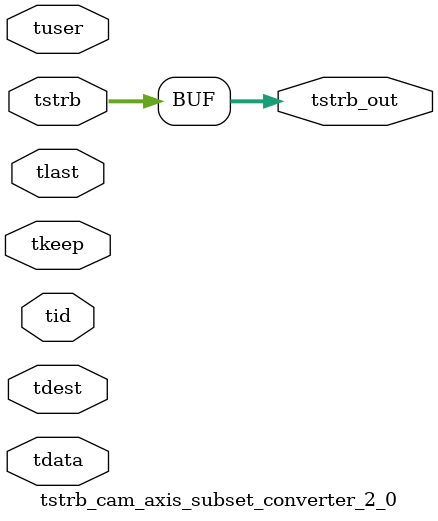
<source format=v>


`timescale 1ps/1ps

module tstrb_cam_axis_subset_converter_2_0 #
(
parameter C_S_AXIS_TDATA_WIDTH = 32,
parameter C_S_AXIS_TUSER_WIDTH = 0,
parameter C_S_AXIS_TID_WIDTH   = 0,
parameter C_S_AXIS_TDEST_WIDTH = 0,
parameter C_M_AXIS_TDATA_WIDTH = 32
)
(
input  [(C_S_AXIS_TDATA_WIDTH == 0 ? 1 : C_S_AXIS_TDATA_WIDTH)-1:0     ] tdata,
input  [(C_S_AXIS_TUSER_WIDTH == 0 ? 1 : C_S_AXIS_TUSER_WIDTH)-1:0     ] tuser,
input  [(C_S_AXIS_TID_WIDTH   == 0 ? 1 : C_S_AXIS_TID_WIDTH)-1:0       ] tid,
input  [(C_S_AXIS_TDEST_WIDTH == 0 ? 1 : C_S_AXIS_TDEST_WIDTH)-1:0     ] tdest,
input  [(C_S_AXIS_TDATA_WIDTH/8)-1:0 ] tkeep,
input  [(C_S_AXIS_TDATA_WIDTH/8)-1:0 ] tstrb,
input                                                                    tlast,
output [(C_M_AXIS_TDATA_WIDTH/8)-1:0 ] tstrb_out
);

assign tstrb_out = {4'b1111,tstrb[3:0]};

endmodule


</source>
